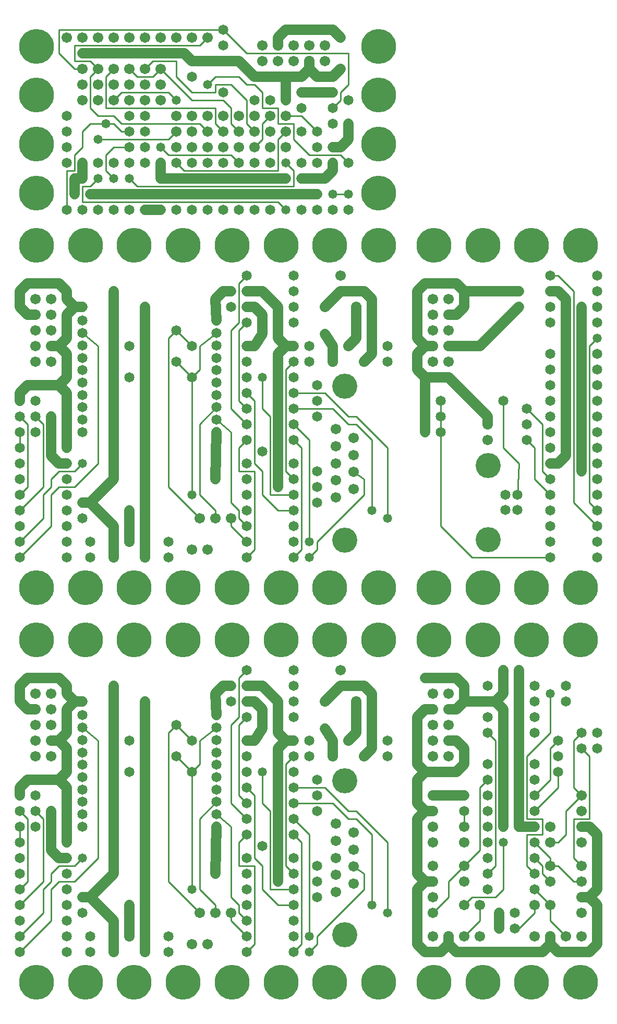
<source format=gtl>
%MOIN*%
%FSLAX25Y25*%
G04 D10 used for Character Trace; *
G04     Circle (OD=.01000) (No hole)*
G04 D11 used for Power Trace; *
G04     Circle (OD=.06500) (No hole)*
G04 D12 used for Signal Trace; *
G04     Circle (OD=.01100) (No hole)*
G04 D13 used for Via; *
G04     Circle (OD=.05800) (Round. Hole ID=.02800)*
G04 D14 used for Component hole; *
G04     Circle (OD=.06500) (Round. Hole ID=.03500)*
G04 D15 used for Component hole; *
G04     Circle (OD=.06700) (Round. Hole ID=.04300)*
G04 D16 used for Component hole; *
G04     Circle (OD=.08100) (Round. Hole ID=.05100)*
G04 D17 used for Component hole; *
G04     Circle (OD=.08900) (Round. Hole ID=.05900)*
G04 D18 used for Component hole; *
G04     Circle (OD=.11300) (Round. Hole ID=.08300)*
G04 D19 used for Component hole; *
G04     Circle (OD=.16000) (Round. Hole ID=.13000)*
G04 D20 used for Component hole; *
G04     Circle (OD=.18300) (Round. Hole ID=.15300)*
G04 D21 used for Component hole; *
G04     Circle (OD=.22291) (Round. Hole ID=.19291)*
%ADD10C,.01000*%
%ADD11C,.06500*%
%ADD12C,.01100*%
%ADD13C,.05800*%
%ADD14C,.06500*%
%ADD15C,.06700*%
%ADD16C,.08100*%
%ADD17C,.08900*%
%ADD18C,.11300*%
%ADD19C,.16000*%
%ADD20C,.18300*%
%ADD21C,.22291*%
%IPPOS*%
%LPD*%
G90*X0Y0D02*D21*X15625Y15625D03*D14*              
X35000Y35000D03*X5000D03*D12*X25000Y55000D01*     
Y75000D01*X30000Y80000D01*X40000D01*              
X55000Y95000D01*Y170000D01*X45000Y178200D01*D14*  
D03*Y186100D03*D11*X35000Y175000D02*Y190000D01*   
X30000Y170000D02*X35000Y175000D01*Y165000D02*     
X30000Y170000D01*X35000Y150000D02*Y165000D01*     
X30000Y145000D02*X35000Y150000D01*Y140000D02*     
X30000Y145000D01*X35000Y125000D02*Y140000D01*D14* 
Y125000D03*D11*Y105000D01*D14*D03*D13*            
X45000Y95000D03*D12*X40000Y90000D01*X30000D01*    
X25000Y85000D01*Y80000D01*X20000Y75000D01*        
Y60000D01*X5000Y45000D01*D14*D03*Y55000D03*       
Y65000D03*D12*X20000Y80000D01*Y120000D01*         
X15000Y125000D01*D14*D03*D12*X10000Y80000D02*     
Y120000D01*X5000Y75000D02*X10000Y80000D01*D14*    
X5000Y75000D03*Y85000D03*Y95000D03*D11*X30000D02* 
X25000Y100000D01*X30000Y95000D02*X35000D01*D14*   
D03*D11*X25000Y100000D02*Y125000D01*D14*D03*      
X15000Y135000D03*Y115000D03*D12*X10000Y120000D02* 
X5000Y125000D01*D14*D03*Y135000D03*D11*Y140000D01*
X10000Y145000D01*X30000D01*D14*X45000Y130800D03*  
Y162400D03*D15*X15000Y160000D03*D14*              
X45000Y138700D03*Y146600D03*D15*X25000Y160000D03* 
D14*X45000Y154500D03*Y122900D03*Y170300D03*D11*   
X25000Y170000D02*X30000D01*D15*X25000D03*         
X15000Y180000D03*X25000D03*X15000Y170000D03*D11*  
X35000Y190000D02*X40000Y195000D01*X45000D01*D13*  
D03*D11*X40000D02*X35000Y200000D01*Y205000D01*    
X30000Y210000D01*X10000D01*X5000Y205000D01*       
Y195000D01*X10000Y190000D01*X15000D01*D15*D03*    
X25000Y200000D03*Y190000D03*X15000Y200000D03*D21* 
X46875Y234375D03*X15625D03*D14*X65000Y160000D03*  
D11*Y85000D01*X50000Y70000D01*X65000Y55000D01*D13*
D03*D11*Y35000D01*D15*D03*X75000Y45000D03*D11*    
Y65000D01*D13*D03*D14*X100000Y45000D03*D11*       
X45000Y70000D02*X50000D01*D14*X45000D03*          
X35000Y75000D03*X45000Y60000D03*X35000Y65000D03*  
Y55000D03*Y85000D03*Y45000D03*X50000D03*Y35000D03*
D15*X85000D03*D11*Y195000D01*D13*D03*D14*         
X105000Y180000D03*D12*X115000Y170000D01*D14*D03*  
D12*X120000Y155000D02*Y170000D01*                 
X115000Y150000D02*X120000Y155000D01*D14*          
X115000Y150000D03*D12*Y75000D01*D13*D03*D12*      
X130000Y65000D02*X120000Y75000D01*                
X130000Y60000D02*Y65000D01*D15*Y60000D03*D12*     
X145000Y65000D02*X140000Y70000D01*                
X145000Y60000D02*Y65000D01*X150000Y55000D02*      
X145000Y60000D01*D14*X150000Y55000D03*D15*        
X140000Y60000D03*D12*Y55000D01*X150000Y45000D01*  
D14*D03*D12*Y35000D02*X155000Y40000D01*D14*       
X150000Y35000D03*D12*X155000Y40000D02*Y90000D01*  
X145000D01*Y105000D01*X150000Y110000D01*D14*D03*  
X160000Y102500D03*D12*X140000Y70000D02*Y115000D01*
D14*X150000Y65000D03*Y75000D03*Y85000D03*D13*     
X130000D03*D11*X130600Y115000D01*D14*D03*D12*     
X120000Y75000D02*Y120000D01*D15*Y60000D03*D12*    
X100000Y80000D01*Y175000D01*X105000Y180000D01*    
X120000Y170000D02*X130600Y178200D01*D14*D03*      
Y186100D03*D11*X130000Y200000D01*                 
X135000Y205000D01*X140000D01*D14*D03*D12*         
X145000Y185000D02*Y210000D01*X140000Y180000D02*   
X145000Y185000D01*X140000Y130000D02*Y180000D01*   
X150000Y120000D02*X140000Y130000D01*D14*          
X150000Y120000D03*D12*X165000Y125000D02*          
X160000Y130000D01*X165000Y75000D02*Y125000D01*    
Y75000D02*X180000D01*D14*D03*D12*X170000Y65000D02*
X180000D01*D14*D03*D12*X170000D02*                
X160000Y75000D01*Y90000D01*X155000Y95000D01*      
Y135000D01*X150000Y140000D01*D14*D03*D12*         
Y130000D02*X145000Y135000D01*D14*                 
X150000Y130000D03*D12*X145000Y135000D02*          
Y180000D01*X150000Y185000D01*D14*D03*D11*         
X155000Y170000D02*X160000Y177500D01*              
X150000Y170000D02*X155000D01*D14*X150000D03*      
Y160000D03*D11*X160000Y177500D02*Y190000D01*      
X155000Y195000D01*X150000D01*D14*D03*D11*         
X170000D02*X160000Y205000D01*X170000Y180000D02*   
Y195000D01*Y175000D02*Y180000D01*                 
X175000Y170000D02*X170000Y175000D01*Y165000D02*   
X175000Y170000D01*X170000Y135000D02*Y165000D01*   
D13*Y135000D03*D11*Y102500D01*D14*D03*D11*        
Y80000D01*D13*D03*D12*X180000Y85000D02*           
X175000Y90000D01*D14*X180000Y85000D03*D12*        
X175000Y90000D02*Y155000D01*X180000Y160000D01*D14*
D03*X190000Y170000D03*Y160000D03*                 
X180000Y170000D03*D11*X175000D01*D12*             
X170000Y175000D02*Y180000D01*D14*                 
X180000Y185000D03*Y195000D03*Y205000D03*D11*      
X150000D02*X160000D01*D14*X150000D03*D12*         
X145000Y210000D02*X150000Y215000D01*D14*D03*D21*  
X171875Y234375D03*D14*X140000Y195000D03*D21*      
X140625Y234375D03*D14*X180000Y215000D03*D21*      
X109375Y234375D03*D14*X130600Y170300D03*D13*      
X200000Y177500D03*D11*X205000Y170000D01*          
Y160000D01*D15*D03*X215000Y170000D03*D11*         
X220000Y175000D01*Y195000D01*D15*D03*D11*         
X200000D02*X210000Y205000D01*D15*                 
X200000Y195000D03*D11*X210000Y205000D02*          
X225000D01*X230000Y200000D01*Y165000D01*          
X225000Y160000D01*D15*D03*D19*X212600Y144200D03*  
D14*X240000Y160000D03*Y170000D03*D12*             
X215000Y125000D02*X200000Y140000D01*              
X215000Y125000D02*X220000D01*X240000Y105000D01*   
Y60000D01*D13*D03*X230000Y65000D03*D12*Y110000D01*
X220000Y120000D01*X215000D01*X205000Y130000D01*   
X180000D01*D14*D03*Y140000D03*D12*X200000D01*D14* 
X195000Y145000D03*Y135000D03*Y125000D03*          
X180000Y120000D03*D12*X190000Y110000D01*Y45000D01*
D13*D03*D12*Y35000D02*X195000Y40000D01*D13*       
X190000Y35000D03*D12*X195000Y40000D02*Y45000D01*  
X225000Y75000D01*Y85000D01*X218200Y89600D01*D15*  
D03*Y100400D03*Y78700D03*X206900Y105900D03*       
Y73200D03*Y95000D03*Y84100D03*X218200Y111300D03*  
D14*X195000Y90000D03*Y80000D03*D15*               
X206900Y116800D03*D14*X195000Y70000D03*D12*       
X185000Y40000D02*Y105000D01*X180000Y35000D02*     
X185000Y40000D01*D14*X180000Y35000D03*Y45000D03*  
D21*X171875Y15625D03*D14*X180000Y55000D03*D21*    
X203125Y15625D03*D19*X212600Y45800D03*D21*        
X140625Y15625D03*X234375D03*D15*X125000Y40000D03* 
D14*X180000Y95000D03*X150000D03*D15*              
X115000Y40000D03*D12*X185000Y105000D02*           
X180000Y110000D01*D14*D03*D12*X160000Y130000D02*  
Y150000D01*D13*D03*D14*X150000D03*X180000D03*     
X130600Y162400D03*Y154500D03*Y146600D03*          
Y138700D03*Y130800D03*D12*X120000Y120000D01*D14*  
X130600Y122900D03*D12*X140000Y115000D01*          
X115000Y150000D02*X105000Y160000D01*D14*D03*      
X75000Y170000D03*Y150000D03*X65000Y180000D03*D11* 
Y160000D01*Y180000D02*Y205000D01*D13*D03*D21*     
X78125Y234375D03*D14*X5000Y115000D03*D12*         
Y105000D01*D14*D03*X45000Y115000D03*D21*          
X46875Y15625D03*X78125D03*D14*X100000Y35000D03*   
D21*X109375Y15625D03*X203125Y234375D03*D15*       
X210000Y215000D03*D21*X234375Y234375D03*G90*      
X0Y2000D02*X234375Y267625D03*X203125D03*          
X171875D03*X140625D03*X109375D03*X78125D03*       
X46875D03*X15625D03*D13*X190000Y287000D03*D12*    
X195000Y292000D01*Y297000D01*X225000Y327000D01*   
Y337000D01*X218200Y341600D01*D15*D03*Y352400D03*  
Y330700D03*X206900Y357900D03*Y325200D03*          
Y347000D03*Y336100D03*D12*X230000Y317000D02*      
Y362000D01*D13*Y317000D03*X240000Y312000D03*D12*  
Y357000D01*X220000Y377000D01*X215000D01*          
X200000Y392000D01*X180000D01*D14*D03*Y402000D03*  
Y382000D03*D12*X205000D01*X215000Y372000D01*      
X220000D01*X230000Y362000D01*D15*                 
X218200Y363300D03*X206900Y368800D03*D14*          
X195000Y397000D03*Y387000D03*Y377000D03*D19*      
X212600Y396200D03*D14*X195000Y342000D03*          
Y332000D03*Y322000D03*D12*X190000Y297000D02*      
Y362000D01*D13*Y297000D03*D12*X180000Y287000D02*  
X185000Y292000D01*D14*X180000Y287000D03*D12*      
X185000Y292000D02*Y357000D01*X180000Y362000D01*   
D14*D03*X170000Y354500D03*D11*Y332000D01*D13*D03* 
D12*X165000Y327000D02*X180000D01*D14*D03*D12*     
X170000Y317000D02*X180000D01*D14*D03*D12*         
X170000D02*X160000Y327000D01*Y342000D01*          
X155000Y347000D01*Y387000D01*X150000Y392000D01*   
D14*D03*D12*Y382000D02*X145000Y387000D01*D14*     
X150000Y382000D03*D12*X145000Y387000D02*          
Y432000D01*X150000Y437000D01*D14*D03*D12*         
X140000Y432000D02*X145000Y437000D01*              
X140000Y382000D02*Y432000D01*X150000Y372000D02*   
X140000Y382000D01*D14*X150000Y372000D03*D12*      
X165000Y377000D02*X160000Y382000D01*              
X165000Y327000D02*Y377000D01*X180000Y337000D02*   
X175000Y342000D01*D14*X180000Y337000D03*D12*      
X175000Y342000D02*Y407000D01*X180000Y412000D01*   
D14*D03*X190000Y422000D03*D11*X170000Y387000D02*  
Y417000D01*D13*Y387000D03*D11*Y354500D01*D14*     
X180000Y347000D03*X160000Y354500D03*D12*          
X155000Y292000D02*Y342000D01*X150000Y287000D02*   
X155000Y292000D01*D14*X150000Y287000D03*          
Y297000D03*D12*X140000Y307000D01*Y312000D01*D15*  
D03*D12*X145000D02*Y317000D01*X150000Y307000D02*  
X145000Y312000D01*D14*X150000Y307000D03*          
Y317000D03*D12*X145000D02*X140000Y322000D01*      
Y367000D01*X130600Y374900D01*D14*D03*Y382800D03*  
D12*X120000Y372000D01*Y327000D01*                 
X130000Y317000D01*Y312000D01*D15*D03*X120000D03*  
D12*X100000Y332000D01*Y427000D01*                 
X105000Y432000D01*D14*D03*D12*X115000Y422000D01*  
D14*D03*D12*X120000Y407000D02*Y422000D01*         
X115000Y402000D02*X120000Y407000D01*D14*          
X115000Y402000D03*D12*Y327000D01*D13*D03*         
X130000Y337000D03*D11*X130600Y367000D01*D14*D03*  
D12*X145000Y342000D02*Y357000D01*Y342000D02*      
X155000D01*D14*X150000Y347000D03*Y337000D03*      
Y327000D03*D12*X145000Y357000D02*                 
X150000Y362000D01*D14*D03*D12*X160000Y382000D02*  
Y402000D01*D13*D03*D14*X150000Y412000D03*         
Y402000D03*D11*X170000Y417000D02*                 
X175000Y422000D01*X180000D01*D14*D03*D11*         
X175000D02*X170000Y427000D01*Y432000D01*D12*      
Y427000D01*D11*Y432000D02*Y447000D01*             
X160000Y457000D01*X150000D01*D14*D03*D12*         
X145000Y437000D02*Y462000D01*D11*                 
X160000Y442000D02*X155000Y447000D01*              
X160000Y429500D02*Y442000D01*X155000Y422000D02*   
X160000Y429500D01*X150000Y422000D02*X155000D01*   
D14*X150000D03*X130600Y438100D03*D11*             
X130000Y452000D01*X135000Y457000D01*X140000D01*   
D14*D03*D12*X145000Y462000D02*X150000Y467000D01*  
D14*D03*D21*X171875Y486375D03*D14*                
X140000Y447000D03*X150000D03*D11*X155000D01*D14*  
X130600Y422300D03*X180000Y437000D03*Y447000D03*   
Y457000D03*X130600Y430200D03*D12*                 
X120000Y422000D01*D14*X130600Y414400D03*          
X105000Y412000D03*D12*X115000Y402000D01*D14*      
X130600Y390700D03*Y398600D03*Y406500D03*          
X75000Y422000D03*Y402000D03*D13*X85000Y447000D03* 
D11*Y287000D01*D15*D03*X75000Y297000D03*D11*      
Y317000D01*D13*D03*X65000Y307000D03*D11*          
Y287000D01*D15*D03*D14*X50000Y297000D03*          
Y287000D03*D11*X65000Y307000D02*X50000Y322000D01* 
X45000D01*D14*D03*D11*X50000D02*X65000Y337000D01* 
Y412000D01*D14*D03*D11*Y432000D01*D14*D03*D11*    
Y457000D01*D13*D03*D14*X45000Y438100D03*D13*      
Y447000D03*D11*X40000D01*X35000Y442000D01*        
Y427000D01*X30000Y422000D01*X35000Y417000D01*     
Y402000D01*X30000Y397000D01*X35000Y392000D01*     
Y377000D01*D14*D03*D11*Y357000D01*D14*D03*D13*    
X45000Y347000D03*D12*X40000Y342000D01*X30000D01*  
X25000Y337000D01*Y332000D01*X20000Y327000D01*     
Y312000D01*X5000Y297000D01*D14*D03*Y307000D03*    
Y287000D03*D12*X25000Y307000D01*Y327000D01*       
X30000Y332000D01*X40000D01*X55000Y347000D01*      
Y422000D01*X45000Y430200D01*D14*D03*Y422300D03*   
D11*X40000Y447000D02*X35000Y452000D01*Y457000D01* 
X30000Y462000D01*X10000D01*X5000Y457000D01*       
Y447000D01*X10000Y442000D01*X15000D01*D15*D03*    
X25000Y432000D03*Y452000D03*Y442000D03*           
X15000Y452000D03*Y432000D03*Y422000D03*X25000D03* 
D11*X30000D01*D15*X25000Y412000D03*D14*           
X45000Y406500D03*Y414400D03*D15*X15000Y412000D03* 
D11*X5000Y392000D02*X10000Y397000D01*             
X5000Y387000D02*Y392000D01*D14*Y387000D03*        
X15000Y377000D03*D12*X20000Y372000D01*Y332000D01* 
X5000Y317000D01*D14*D03*Y327000D03*D12*           
X10000Y332000D01*Y372000D01*X5000Y377000D01*D14*  
D03*X15000Y367000D03*Y387000D03*X5000Y367000D03*  
D12*Y357000D01*D14*D03*Y347000D03*                
X25000Y377000D03*D11*Y352000D01*X30000Y347000D01* 
X35000D01*D14*D03*Y337000D03*X45000Y367000D03*    
X35000Y327000D03*X45000Y374900D03*                
X35000Y317000D03*X5000Y337000D03*X45000Y382800D03*
Y312000D03*X35000Y307000D03*X45000Y390700D03*     
Y398600D03*X35000Y297000D03*D11*X10000Y397000D02* 
X30000D01*D21*X78125Y486375D03*X46875D03*         
X15625D03*X109375D03*D14*X100000Y297000D03*D15*   
X115000Y292000D03*D14*X35000Y287000D03*X100000D03*
D15*X125000Y292000D03*D21*X140625Y486375D03*D14*  
X180000Y297000D03*Y307000D03*Y372000D03*D12*      
X190000Y362000D01*D14*X240000Y412000D03*D15*      
X225000D03*D11*X230000Y417000D01*Y452000D01*      
X225000Y457000D01*X210000D01*X200000Y447000D01*   
D15*D03*D11*X215000Y422000D02*X220000Y427000D01*  
D15*X215000Y422000D03*D11*X220000Y427000D02*      
Y447000D01*D15*D03*D13*X200000Y429500D03*D11*     
X205000Y422000D01*Y412000D01*D15*D03*D14*         
X190000D03*X240000Y422000D03*D15*                 
X210000Y467000D03*D14*X180000D03*D21*             
X234375Y486375D03*X203125D03*D19*                 
X212600Y297800D03*G90*X0Y4000D02*D14*             
X215000Y509000D03*X205000D03*X195000D03*          
X185000D03*D13*X175000D03*D12*X170000Y514000D01*  
X45000D01*Y524000D01*X50000D01*X55000Y529000D01*  
D13*D03*D12*X60000Y544000D02*Y534000D01*          
Y544000D02*X65000Y549000D01*X75000D01*D14*D03*    
X85000Y539000D03*Y559000D03*X65000Y539000D03*     
X85000Y549000D03*X75000Y559000D03*D12*X70000D01*  
X65000Y564000D01*X60000D01*D13*D03*D12*X50000D01* 
X45000Y559000D01*Y549000D01*X40000Y544000D01*     
Y534000D01*X35000D01*Y509000D01*D14*D03*D13*      
X40000Y519000D03*D11*Y529000D01*X45000D01*        
Y539000D01*D14*D03*X35000Y549000D03*              
X55000Y539000D03*X35000D03*D13*X55000Y554000D03*  
D12*X100000D01*X105000Y559000D01*D15*D03*         
X115000Y549000D03*Y569000D03*D13*X95000Y549000D03*
D12*X100000Y544000D01*X140000D01*                 
X145000Y539000D01*D14*D03*D15*X155000Y549000D03*  
D12*X160000Y554000D01*Y564000D01*                 
X165000Y569000D01*D15*D03*D12*X170000Y574000D02*  
Y564000D01*X160000Y574000D02*X170000D01*          
X160000Y584000D02*Y574000D01*X155000Y589000D02*   
X160000Y584000D01*X150000Y589000D02*X155000D01*   
X145000Y594000D02*X150000Y589000D01*              
X130000Y594000D02*X145000D01*X125000Y589000D02*   
X130000Y594000D01*D13*X125000Y589000D03*D12*      
X115000Y584000D02*X130000D01*X105000Y594000D02*   
X115000Y584000D01*X105000Y604000D02*Y594000D01*   
X90000Y604000D02*X105000D01*X85000Y599000D02*     
X90000Y604000D01*D15*X85000Y599000D03*D12*        
X80000Y594000D02*X90000D01*X75000Y599000D02*      
X80000Y594000D01*D15*X75000Y599000D03*            
X85000Y589000D03*X65000D03*Y599000D03*D12*        
X60000Y594000D01*Y574000D01*X130000D01*Y564000D01*
X135000Y559000D01*D15*D03*D12*X140000Y574000D02*  
Y564000D01*X135000Y579000D02*X140000Y574000D01*   
X115000Y579000D02*X135000D01*X95000Y599000D02*    
X115000Y579000D01*D15*X95000Y599000D03*D12*       
X90000Y594000D01*D15*X95000Y589000D03*D12*        
X70000Y584000D02*X100000D01*X65000Y579000D02*     
X70000Y584000D01*D15*X65000Y579000D03*D14*        
X75000Y569000D03*D15*Y589000D03*X55000D03*D12*    
X50000Y574000D02*X55000Y569000D01*                
X50000Y594000D02*Y574000D01*Y594000D02*           
X55000Y599000D01*D15*D03*D12*X50000Y604000D01*    
X40000D01*Y614000D01*X120000D01*X125000Y619000D01*
D15*D03*D14*X135000Y614000D03*D15*                
X115000Y619000D03*D14*X135000Y624000D03*D12*      
X30000D01*Y609000D01*X40000Y599000D01*X45000D01*  
D15*D03*D13*Y609000D03*D11*X110000D01*D13*D03*D11*
X115000Y604000D01*X135000D01*D14*D03*D11*         
X145000D01*X155000Y594000D01*X175000D01*          
Y579000D01*D14*D03*D12*Y569000D02*X185000D01*D15* 
X175000D03*D12*X170000Y564000D02*X180000D01*D15*  
X175000Y559000D03*D12*X170000Y554000D01*          
Y534000D01*X110000D01*X105000Y539000D01*D14*D03*  
D13*X95000Y529000D03*D11*Y539000D01*D14*D03*D15*  
X105000Y549000D03*D11*X95000Y529000D02*X175000D01*
D14*D03*D12*X80000Y524000D02*X180000D01*          
X75000Y529000D02*X80000Y524000D01*D13*            
X75000Y529000D03*D14*Y539000D03*D13*              
X65000Y529000D03*D12*X60000Y534000D01*D13*        
X50000Y519000D03*D11*X90000D01*D13*D03*D11*       
X175000D01*D14*D03*D11*X195000D01*D13*D03*        
X185000Y529000D03*D11*X200000D01*                 
X205000Y534000D01*Y539000D01*D14*D03*D12*         
X190000Y544000D02*X210000D01*X180000Y554000D02*   
X190000Y544000D01*X180000Y564000D02*Y554000D01*   
D14*X185000Y559000D03*D12*Y569000D02*             
X195000Y559000D01*D14*D03*X205000Y549000D03*D11*  
X210000D01*X215000Y554000D01*Y564000D01*D14*D03*  
X205000Y574000D03*D12*X210000Y579000D01*          
Y584000D01*X215000Y589000D01*Y609000D01*          
X150000D01*X135000Y624000D01*D15*                 
X160000Y604000D03*Y614000D03*D14*                 
X115000Y594000D03*D15*X105000Y619000D03*          
X170000Y604000D03*Y614000D03*D11*Y619000D01*      
X175000Y624000D01*X205000D01*X210000Y619000D01*   
D13*D03*D15*X200000Y614000D03*Y604000D03*D11*     
X185000Y594000D02*X190000Y599000D01*              
X175000Y594000D02*X185000D01*D14*Y584000D03*D11*  
X195000D01*D13*D03*D11*X205000D01*D14*D03*D11*    
X190000Y599000D02*X195000Y594000D01*              
X190000Y604000D02*Y599000D01*D15*Y604000D03*      
X180000Y614000D03*X190000D03*X180000Y604000D03*   
D11*X195000Y594000D02*X205000D01*                 
X210000Y599000D01*D13*D03*D14*X215000Y579000D03*  
X185000Y574000D03*D21*X234375Y582125D03*          
Y613375D03*D14*X205000Y564000D03*                 
X165000Y579000D03*D15*Y559000D03*Y549000D03*      
X175000D03*D14*X195000D03*D21*X234375Y550875D03*  
D12*X210000Y544000D02*X215000Y539000D01*D14*D03*  
D21*X234375Y519625D03*D13*X205000Y519000D03*D12*  
X215000D01*D13*D03*D14*X195000Y539000D03*         
X185000D03*D12*X175000D02*X180000Y534000D01*D13*  
X175000Y539000D03*D12*X180000Y534000D02*          
Y524000D01*D14*X165000Y539000D03*Y509000D03*      
X155000Y539000D03*Y509000D03*D15*                 
X145000Y559000D03*D12*X140000Y564000D01*D15*      
X145000Y569000D03*X135000D03*D12*                 
X150000Y579000D02*Y564000D01*X140000Y589000D02*   
X150000Y579000D01*X130000Y589000D02*X140000D01*   
X130000D02*Y584000D01*D14*X135000D03*D15*         
X125000Y569000D03*D12*X150000Y564000D02*          
X155000Y559000D01*D15*D03*X145000Y549000D03*      
X155000Y569000D03*D14*X135000Y539000D03*          
X155000Y579000D03*D15*X135000Y549000D03*          
X125000Y559000D03*D12*X120000Y564000D01*X70000D01*
X65000Y569000D01*X55000D01*D15*X45000Y579000D03*  
X55000D03*D14*X35000Y569000D03*D15*               
X75000Y579000D03*X45000Y589000D03*D14*            
X35000Y559000D03*X85000Y569000D03*D15*Y579000D03* 
D21*X15625Y582125D03*D15*X95000Y579000D03*D21*    
X15625Y550875D03*D12*X100000Y584000D02*           
X105000Y579000D01*D13*D03*D15*Y569000D03*         
X115000Y559000D03*X125000Y549000D03*              
X65000Y619000D03*X95000D03*D14*X115000Y539000D03* 
D15*X85000Y619000D03*D14*X125000Y539000D03*D15*   
X75000Y619000D03*X55000D03*X45000D03*D14*         
Y509000D03*X55000D03*D15*X35000Y619000D03*D14*    
X65000Y509000D03*X75000D03*X85000D03*D11*         
X95000D01*D14*D03*X105000D03*X115000D03*          
X125000D03*X135000D03*X145000D03*D21*             
X15625Y519625D03*Y613375D03*G90*X4000Y0D02*D11*   
X264000Y35000D02*X259000Y40000D01*                
X264000Y35000D02*X274000D01*X279000Y40000D01*     
X284000Y35000D01*X339000D01*X344000Y40000D01*     
X349000Y35000D01*X369000D01*X374000Y40000D01*     
Y65000D01*X369000Y70000D01*X364000D01*D15*D03*D11*
X369000D02*X374000Y75000D01*Y110000D01*           
X369000Y115000D01*X364000D01*D15*D03*D12*         
X359000Y120000D02*X369000D01*X359000Y95000D02*    
Y120000D01*X364000Y90000D02*X359000Y95000D01*D15* 
X364000Y90000D03*D12*X359000Y80000D02*X364000D01* 
D15*D03*D12*X359000D02*X349000Y90000D01*          
X344000D01*D15*D03*D12*Y95000D01*                 
X334000Y105000D01*D14*D03*D12*X329000Y110000D02*  
X339000D01*X329000Y90000D02*Y110000D01*           
X334000Y85000D02*X329000Y90000D01*D14*            
X334000Y85000D03*D12*X339000D02*Y90000D01*        
X344000Y80000D02*X339000Y85000D01*D15*            
X344000Y80000D03*D12*X339000Y90000D02*            
X334000Y95000D01*D14*D03*D15*X344000Y105000D03*   
D12*X349000D01*X354000Y110000D01*Y125000D01*      
X364000Y135000D01*D15*D03*D12*X359000Y140000D01*  
Y170000D01*X364000Y175000D01*D14*D03*             
X374000Y165000D03*Y175000D03*X364000Y165000D03*   
D12*X369000Y160000D01*Y120000D01*D15*             
X364000Y125000D03*Y105000D03*D12*                 
X334000Y125000D02*X349000Y140000D01*D14*          
X334000Y125000D03*D12*X339000Y110000D02*          
Y120000D01*D15*X344000Y115000D03*D14*X334000D03*  
D11*X324000D01*Y165000D01*D14*D03*D11*Y215000D01* 
D14*D03*X334000Y205000D03*X314000Y215000D03*D11*  
Y200000D01*X309000Y195000D01*X314000Y190000D01*   
Y165000D01*D14*D03*D11*Y115000D01*D13*D03*D14*    
X304000Y125000D03*Y105000D03*Y115000D03*D13*      
X314000Y105000D03*D12*Y75000D01*X309000Y70000D01* 
X294000D01*X289000Y65000D01*D15*D03*D12*Y45000D02*
X299000Y55000D01*D15*X289000Y45000D03*D12*        
X299000Y55000D02*Y65000D01*D15*D03*D14*           
X311500Y60000D03*D11*Y50000D01*D14*D03*           
X321500Y60000D03*Y50000D03*D12*X324000D01*        
X334000Y60000D01*Y65000D01*D15*D03*D12*           
X354000Y45000D02*X344000Y55000D01*D15*            
X354000Y45000D03*D12*X344000Y55000D02*Y65000D01*  
D15*D03*D12*X334000Y75000D01*D14*D03*D12*         
X304000Y85000D02*X309000Y90000D01*D14*            
X304000Y85000D03*D12*X309000Y90000D02*Y170000D01* 
X304000Y175000D01*D14*D03*Y185000D03*D11*         
X289000Y155000D02*Y165000D01*X284000Y150000D02*   
X289000Y155000D01*X264000Y150000D02*X284000D01*   
X259000Y145000D02*X264000Y150000D01*              
X259000Y130000D02*Y145000D01*X264000Y125000D02*   
X259000Y130000D01*Y120000D02*X264000Y125000D01*   
X259000Y85000D02*Y120000D01*X264000Y80000D02*     
X259000Y85000D01*Y75000D02*X264000Y80000D01*      
X259000Y40000D02*Y75000D01*D15*X269000Y45000D03*  
Y60000D03*D12*X279000Y70000D01*Y80000D01*         
X289000Y90000D01*D15*D03*D12*X299000Y100000D01*   
Y140000D01*X304000Y145000D01*D14*D03*Y155000D03*  
Y135000D03*X289000D03*D11*X269000D01*D15*D03*D11* 
X264000Y125000D02*X269000D01*D15*D03*Y115000D03*  
X289000Y105000D03*Y115000D03*D12*Y125000D01*D14*  
D03*D15*X269000Y105000D03*D11*X264000Y150000D02*  
X259000Y155000D01*Y185000D01*X264000Y190000D01*   
X269000D01*D15*D03*X279000Y180000D03*Y200000D03*  
Y190000D03*D11*X284000D01*X289000Y195000D01*      
X304000D01*D14*D03*D11*X309000D01*D14*            
X304000Y205000D03*D11*X289000Y195000D02*          
Y205000D01*X284000Y210000D01*X264000D01*D13*D03*  
D15*X269000Y200000D03*D21*X269625Y234375D03*D15*  
X269000Y180000D03*D21*X300875Y234375D03*D15*      
X269000Y170000D03*X279000D03*D11*X284000D01*      
X289000Y165000D01*D15*X279000Y160000D03*          
X269000D03*D12*X329000Y120000D02*Y160000D01*      
Y120000D02*X339000D01*D14*X334000Y135000D03*D12*  
X344000Y145000D01*Y165000D01*X349000Y170000D01*   
D14*D03*D12*X329000Y160000D02*X344000Y175000D01*  
D14*X334000Y155000D03*D12*X344000Y175000D02*      
Y200000D01*D13*D03*D14*X354000Y195000D03*         
Y205000D03*X334000Y195000D03*Y185000D03*          
Y175000D03*D21*X363375Y234375D03*X332125D03*D14*  
X349000Y160000D03*Y150000D03*D12*Y140000D01*D14*  
X334000Y145000D03*X304000Y95000D03*D15*           
X289000Y80000D03*D14*X304000Y75000D03*D15*        
X364000Y60000D03*X269000Y90000D03*Y80000D03*D11*  
X264000D01*D15*X269000Y70000D03*X299000Y45000D03* 
X279000D03*D11*Y40000D01*D21*X269625Y15625D03*    
X300875D03*X332125D03*D15*X334000Y45000D03*D11*   
X344000Y40000D02*Y45000D01*D15*D03*X364000D03*D21*
X363375Y15625D03*G90*X4000Y2000D02*               
X269625Y267625D03*D12*X294000Y287000D02*          
X344000D01*D14*D03*Y297000D03*D21*                
X363375Y267625D03*X332125D03*D14*                 
X344000Y307000D03*X374000Y317000D03*D12*          
X369000Y322000D01*Y422000D01*X374000Y427000D01*   
D13*D03*D14*Y437000D03*D10*X363163Y428914D02*     
X364000Y429871D01*Y424129D01*X363163D02*          
X364837D01*D14*X364000Y427000D03*D11*Y342000D01*  
D13*D03*D11*X349000Y347000D02*X354000Y352000D01*  
X344000Y347000D02*X349000D01*D14*X344000D03*D12*  
Y337000D02*X339000Y342000D01*D14*                 
X344000Y337000D03*D12*X339000Y342000D02*          
Y372000D01*X329000Y382000D01*D14*D03*Y372000D03*  
X344000Y367000D03*Y397000D03*Y377000D03*          
X314000Y387000D03*D12*Y357000D01*                 
X324000Y347000D01*X323000Y326900D01*D14*D03*D12*  
X344000Y327000D02*X334000Y337000D01*D14*          
X344000Y327000D03*D12*X334000Y337000D02*          
Y357000D01*X329000Y362000D01*D14*D03*             
X344000Y357000D03*Y387000D03*D11*                 
X304000Y372000D02*Y377000D01*D15*Y372000D03*D11*  
Y377000D02*X279000Y402000D01*X264000D01*          
Y377000D01*D14*D03*D11*Y367000D01*D14*D03*        
X274000Y377000D03*D12*Y367000D01*D14*D03*D12*     
Y307000D01*X294000Y287000D01*D19*                 
X304500Y298300D03*D21*X300875Y267625D03*D14*      
X323000Y317100D03*X315200D03*Y326900D03*          
X344000Y317000D03*D19*X304500Y345700D03*D11*      
X354000Y352000D02*Y427000D01*D14*D03*D11*         
Y452000D01*X349000Y457000D01*X344000D01*D14*D03*  
D12*X359000D02*X349000Y467000D01*                 
X359000Y322000D02*Y457000D01*X374000Y307000D02*   
X359000Y322000D01*D14*X374000Y307000D03*          
Y297000D03*Y327000D03*Y287000D03*Y337000D03*      
Y347000D03*Y357000D03*Y367000D03*D15*             
X304000Y362000D03*D14*X374000Y377000D03*          
Y387000D03*Y397000D03*X274000Y387000D03*D12*      
Y377000D01*D11*X264000Y402000D02*                 
X259000Y407000D01*Y417000D01*X264000Y422000D01*   
X269000D01*D15*D03*D11*X264000D02*                
X259000Y427000D01*Y457000D01*X264000Y462000D01*   
X284000D01*X289000Y457000D01*Y447000D01*          
X284000Y442000D01*X279000D01*D15*D03*             
X269000Y452000D03*Y432000D03*X279000Y452000D03*   
X269000Y442000D03*X279000Y432000D03*D11*          
X289000Y457000D02*X324000D01*D14*D03*Y447000D03*  
D11*X299000Y422000D01*X279000D01*D15*D03*         
X269000Y412000D03*X279000D03*D21*                 
X332125Y486375D03*X300875D03*D14*                 
X344000Y407000D03*Y417000D03*D21*                 
X269625Y486375D03*D14*X344000Y437000D03*          
Y447000D03*Y467000D03*D12*X349000D01*D21*         
X363375Y486375D03*D13*X364000Y447000D03*D11*      
Y427000D01*D10*X363163Y428914D02*                 
X364000Y429871D01*Y424129D01*X363163D02*          
X364837D01*D14*X374000Y417000D03*Y447000D03*      
Y407000D03*Y457000D03*Y467000D03*M02*             

</source>
